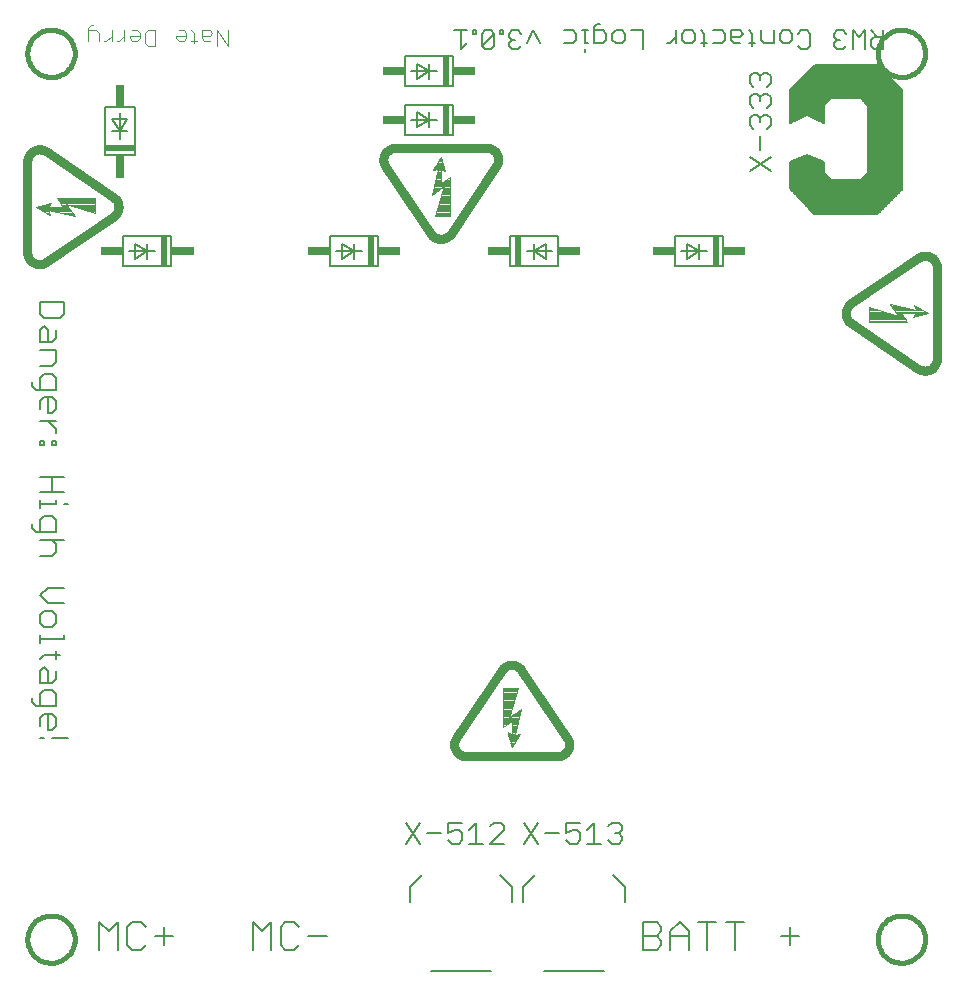
<source format=gto>
G75*
G70*
%OFA0B0*%
%FSLAX24Y24*%
%IPPOS*%
%LPD*%
%AMOC8*
5,1,8,0,0,1.08239X$1,22.5*
%
%ADD10C,0.0080*%
%ADD11C,0.0160*%
%ADD12C,0.0050*%
%ADD13C,0.0060*%
%ADD14C,0.0070*%
%ADD15C,0.0040*%
%ADD16R,0.0200X0.1000*%
%ADD17R,0.0750X0.0300*%
%ADD18R,0.1000X0.0200*%
%ADD19R,0.0300X0.0750*%
%ADD20C,0.0295*%
%ADD21C,0.0039*%
D10*
X002897Y001805D02*
X002897Y002726D01*
X003204Y002419D01*
X003511Y002726D01*
X003511Y001805D01*
X003817Y001958D02*
X003971Y001805D01*
X004278Y001805D01*
X004431Y001958D01*
X004738Y002265D02*
X005352Y002265D01*
X005045Y002572D02*
X005045Y001958D01*
X004431Y002572D02*
X004278Y002726D01*
X003971Y002726D01*
X003817Y002572D01*
X003817Y001958D01*
X008015Y001805D02*
X008015Y002726D01*
X008322Y002419D01*
X008629Y002726D01*
X008629Y001805D01*
X008936Y001958D02*
X009089Y001805D01*
X009396Y001805D01*
X009549Y001958D01*
X009856Y002265D02*
X010470Y002265D01*
X009549Y002572D02*
X009396Y002726D01*
X009089Y002726D01*
X008936Y002572D01*
X008936Y001958D01*
X013263Y003396D02*
X013263Y003896D01*
X013663Y004296D01*
X016263Y004296D02*
X016663Y003896D01*
X016663Y003396D01*
X017003Y003396D02*
X017003Y003896D01*
X017403Y004296D01*
X020003Y004296D02*
X020403Y003896D01*
X020403Y003396D01*
X021007Y002726D02*
X021467Y002726D01*
X021621Y002572D01*
X021621Y002419D01*
X021467Y002265D01*
X021007Y002265D01*
X021007Y001805D02*
X021467Y001805D01*
X021621Y001958D01*
X021621Y002112D01*
X021467Y002265D01*
X021928Y002265D02*
X022541Y002265D01*
X022541Y002419D02*
X022541Y001805D01*
X021928Y001805D02*
X021928Y002419D01*
X022235Y002726D01*
X022541Y002419D01*
X022848Y002726D02*
X023462Y002726D01*
X023155Y002726D02*
X023155Y001805D01*
X024076Y001805D02*
X024076Y002726D01*
X023769Y002726D02*
X024383Y002726D01*
X025611Y002265D02*
X026224Y002265D01*
X025918Y002572D02*
X025918Y001958D01*
X021007Y001805D02*
X021007Y002726D01*
X019703Y001096D02*
X017703Y001096D01*
X015963Y001096D02*
X013963Y001096D01*
D11*
X000495Y002159D02*
X000497Y002215D01*
X000503Y002270D01*
X000513Y002324D01*
X000526Y002378D01*
X000544Y002431D01*
X000565Y002482D01*
X000589Y002532D01*
X000617Y002580D01*
X000649Y002626D01*
X000683Y002670D01*
X000721Y002711D01*
X000761Y002749D01*
X000804Y002784D01*
X000849Y002816D01*
X000897Y002845D01*
X000946Y002871D01*
X000997Y002893D01*
X001049Y002911D01*
X001103Y002925D01*
X001158Y002936D01*
X001213Y002943D01*
X001268Y002946D01*
X001324Y002945D01*
X001379Y002940D01*
X001434Y002931D01*
X001488Y002919D01*
X001541Y002902D01*
X001593Y002882D01*
X001643Y002858D01*
X001691Y002831D01*
X001738Y002801D01*
X001782Y002767D01*
X001824Y002730D01*
X001862Y002690D01*
X001899Y002648D01*
X001932Y002603D01*
X001961Y002557D01*
X001988Y002508D01*
X002010Y002457D01*
X002030Y002405D01*
X002045Y002351D01*
X002057Y002297D01*
X002065Y002242D01*
X002069Y002187D01*
X002069Y002131D01*
X002065Y002076D01*
X002057Y002021D01*
X002045Y001967D01*
X002030Y001913D01*
X002010Y001861D01*
X001988Y001810D01*
X001961Y001761D01*
X001932Y001715D01*
X001899Y001670D01*
X001862Y001628D01*
X001824Y001588D01*
X001782Y001551D01*
X001738Y001517D01*
X001691Y001487D01*
X001643Y001460D01*
X001593Y001436D01*
X001541Y001416D01*
X001488Y001399D01*
X001434Y001387D01*
X001379Y001378D01*
X001324Y001373D01*
X001268Y001372D01*
X001213Y001375D01*
X001158Y001382D01*
X001103Y001393D01*
X001049Y001407D01*
X000997Y001425D01*
X000946Y001447D01*
X000897Y001473D01*
X000849Y001502D01*
X000804Y001534D01*
X000761Y001569D01*
X000721Y001607D01*
X000683Y001648D01*
X000649Y001692D01*
X000617Y001738D01*
X000589Y001786D01*
X000565Y001836D01*
X000544Y001887D01*
X000526Y001940D01*
X000513Y001994D01*
X000503Y002048D01*
X000497Y002103D01*
X000495Y002159D01*
X000495Y031686D02*
X000497Y031742D01*
X000503Y031797D01*
X000513Y031851D01*
X000526Y031905D01*
X000544Y031958D01*
X000565Y032009D01*
X000589Y032059D01*
X000617Y032107D01*
X000649Y032153D01*
X000683Y032197D01*
X000721Y032238D01*
X000761Y032276D01*
X000804Y032311D01*
X000849Y032343D01*
X000897Y032372D01*
X000946Y032398D01*
X000997Y032420D01*
X001049Y032438D01*
X001103Y032452D01*
X001158Y032463D01*
X001213Y032470D01*
X001268Y032473D01*
X001324Y032472D01*
X001379Y032467D01*
X001434Y032458D01*
X001488Y032446D01*
X001541Y032429D01*
X001593Y032409D01*
X001643Y032385D01*
X001691Y032358D01*
X001738Y032328D01*
X001782Y032294D01*
X001824Y032257D01*
X001862Y032217D01*
X001899Y032175D01*
X001932Y032130D01*
X001961Y032084D01*
X001988Y032035D01*
X002010Y031984D01*
X002030Y031932D01*
X002045Y031878D01*
X002057Y031824D01*
X002065Y031769D01*
X002069Y031714D01*
X002069Y031658D01*
X002065Y031603D01*
X002057Y031548D01*
X002045Y031494D01*
X002030Y031440D01*
X002010Y031388D01*
X001988Y031337D01*
X001961Y031288D01*
X001932Y031242D01*
X001899Y031197D01*
X001862Y031155D01*
X001824Y031115D01*
X001782Y031078D01*
X001738Y031044D01*
X001691Y031014D01*
X001643Y030987D01*
X001593Y030963D01*
X001541Y030943D01*
X001488Y030926D01*
X001434Y030914D01*
X001379Y030905D01*
X001324Y030900D01*
X001268Y030899D01*
X001213Y030902D01*
X001158Y030909D01*
X001103Y030920D01*
X001049Y030934D01*
X000997Y030952D01*
X000946Y030974D01*
X000897Y031000D01*
X000849Y031029D01*
X000804Y031061D01*
X000761Y031096D01*
X000721Y031134D01*
X000683Y031175D01*
X000649Y031219D01*
X000617Y031265D01*
X000589Y031313D01*
X000565Y031363D01*
X000544Y031414D01*
X000526Y031467D01*
X000513Y031521D01*
X000503Y031575D01*
X000497Y031630D01*
X000495Y031686D01*
X028841Y031686D02*
X028843Y031742D01*
X028849Y031797D01*
X028859Y031851D01*
X028872Y031905D01*
X028890Y031958D01*
X028911Y032009D01*
X028935Y032059D01*
X028963Y032107D01*
X028995Y032153D01*
X029029Y032197D01*
X029067Y032238D01*
X029107Y032276D01*
X029150Y032311D01*
X029195Y032343D01*
X029243Y032372D01*
X029292Y032398D01*
X029343Y032420D01*
X029395Y032438D01*
X029449Y032452D01*
X029504Y032463D01*
X029559Y032470D01*
X029614Y032473D01*
X029670Y032472D01*
X029725Y032467D01*
X029780Y032458D01*
X029834Y032446D01*
X029887Y032429D01*
X029939Y032409D01*
X029989Y032385D01*
X030037Y032358D01*
X030084Y032328D01*
X030128Y032294D01*
X030170Y032257D01*
X030208Y032217D01*
X030245Y032175D01*
X030278Y032130D01*
X030307Y032084D01*
X030334Y032035D01*
X030356Y031984D01*
X030376Y031932D01*
X030391Y031878D01*
X030403Y031824D01*
X030411Y031769D01*
X030415Y031714D01*
X030415Y031658D01*
X030411Y031603D01*
X030403Y031548D01*
X030391Y031494D01*
X030376Y031440D01*
X030356Y031388D01*
X030334Y031337D01*
X030307Y031288D01*
X030278Y031242D01*
X030245Y031197D01*
X030208Y031155D01*
X030170Y031115D01*
X030128Y031078D01*
X030084Y031044D01*
X030037Y031014D01*
X029989Y030987D01*
X029939Y030963D01*
X029887Y030943D01*
X029834Y030926D01*
X029780Y030914D01*
X029725Y030905D01*
X029670Y030900D01*
X029614Y030899D01*
X029559Y030902D01*
X029504Y030909D01*
X029449Y030920D01*
X029395Y030934D01*
X029343Y030952D01*
X029292Y030974D01*
X029243Y031000D01*
X029195Y031029D01*
X029150Y031061D01*
X029107Y031096D01*
X029067Y031134D01*
X029029Y031175D01*
X028995Y031219D01*
X028963Y031265D01*
X028935Y031313D01*
X028911Y031363D01*
X028890Y031414D01*
X028872Y031467D01*
X028859Y031521D01*
X028849Y031575D01*
X028843Y031630D01*
X028841Y031686D01*
X028841Y002159D02*
X028843Y002215D01*
X028849Y002270D01*
X028859Y002324D01*
X028872Y002378D01*
X028890Y002431D01*
X028911Y002482D01*
X028935Y002532D01*
X028963Y002580D01*
X028995Y002626D01*
X029029Y002670D01*
X029067Y002711D01*
X029107Y002749D01*
X029150Y002784D01*
X029195Y002816D01*
X029243Y002845D01*
X029292Y002871D01*
X029343Y002893D01*
X029395Y002911D01*
X029449Y002925D01*
X029504Y002936D01*
X029559Y002943D01*
X029614Y002946D01*
X029670Y002945D01*
X029725Y002940D01*
X029780Y002931D01*
X029834Y002919D01*
X029887Y002902D01*
X029939Y002882D01*
X029989Y002858D01*
X030037Y002831D01*
X030084Y002801D01*
X030128Y002767D01*
X030170Y002730D01*
X030208Y002690D01*
X030245Y002648D01*
X030278Y002603D01*
X030307Y002557D01*
X030334Y002508D01*
X030356Y002457D01*
X030376Y002405D01*
X030391Y002351D01*
X030403Y002297D01*
X030411Y002242D01*
X030415Y002187D01*
X030415Y002131D01*
X030411Y002076D01*
X030403Y002021D01*
X030391Y001967D01*
X030376Y001913D01*
X030356Y001861D01*
X030334Y001810D01*
X030307Y001761D01*
X030278Y001715D01*
X030245Y001670D01*
X030208Y001628D01*
X030170Y001588D01*
X030128Y001551D01*
X030084Y001517D01*
X030037Y001487D01*
X029989Y001460D01*
X029939Y001436D01*
X029887Y001416D01*
X029834Y001399D01*
X029780Y001387D01*
X029725Y001378D01*
X029670Y001373D01*
X029614Y001372D01*
X029559Y001375D01*
X029504Y001382D01*
X029449Y001393D01*
X029395Y001407D01*
X029343Y001425D01*
X029292Y001447D01*
X029243Y001473D01*
X029195Y001502D01*
X029150Y001534D01*
X029107Y001569D01*
X029067Y001607D01*
X029029Y001648D01*
X028995Y001692D01*
X028963Y001738D01*
X028935Y001786D01*
X028911Y001836D01*
X028890Y001887D01*
X028872Y001940D01*
X028859Y001994D01*
X028849Y002048D01*
X028843Y002103D01*
X028841Y002159D01*
D12*
X028828Y026333D02*
X026728Y026333D01*
X025908Y027183D01*
X025908Y028063D01*
X026478Y028313D01*
X027038Y028053D01*
X027038Y027683D01*
X027278Y027453D01*
X028278Y027453D01*
X028518Y027683D01*
X028518Y029943D01*
X028278Y030183D01*
X027278Y030183D01*
X027038Y029953D01*
X027038Y029363D01*
X026478Y029643D01*
X025918Y029363D01*
X025918Y030473D01*
X026758Y031303D01*
X028838Y031303D01*
X029638Y030453D01*
X029648Y027153D01*
X028828Y026333D01*
X028862Y026366D02*
X026696Y026366D01*
X026650Y026414D02*
X028910Y026414D01*
X028959Y026463D02*
X026603Y026463D01*
X026556Y026511D02*
X029007Y026511D01*
X029056Y026560D02*
X026509Y026560D01*
X026462Y026609D02*
X029104Y026609D01*
X029153Y026657D02*
X026415Y026657D01*
X026369Y026706D02*
X029201Y026706D01*
X029250Y026754D02*
X026322Y026754D01*
X026275Y026803D02*
X029298Y026803D01*
X029347Y026851D02*
X026228Y026851D01*
X026181Y026900D02*
X029396Y026900D01*
X029444Y026948D02*
X026134Y026948D01*
X026088Y026997D02*
X029493Y026997D01*
X029541Y027045D02*
X026041Y027045D01*
X025994Y027094D02*
X029590Y027094D01*
X029638Y027142D02*
X025947Y027142D01*
X025908Y027191D02*
X029648Y027191D01*
X029648Y027240D02*
X025908Y027240D01*
X025908Y027288D02*
X029648Y027288D01*
X029648Y027337D02*
X025908Y027337D01*
X025908Y027385D02*
X029648Y027385D01*
X029647Y027434D02*
X025908Y027434D01*
X025908Y027482D02*
X027247Y027482D01*
X027197Y027531D02*
X025908Y027531D01*
X025908Y027579D02*
X027146Y027579D01*
X027095Y027628D02*
X025908Y027628D01*
X025908Y027676D02*
X027045Y027676D01*
X027038Y027725D02*
X025908Y027725D01*
X025908Y027774D02*
X027038Y027774D01*
X027038Y027822D02*
X025908Y027822D01*
X025908Y027871D02*
X027038Y027871D01*
X027038Y027919D02*
X025908Y027919D01*
X025908Y027968D02*
X027038Y027968D01*
X027038Y028016D02*
X025908Y028016D01*
X025913Y028065D02*
X027012Y028065D01*
X026907Y028113D02*
X026024Y028113D01*
X026135Y028162D02*
X026803Y028162D01*
X026698Y028210D02*
X026245Y028210D01*
X026356Y028259D02*
X026594Y028259D01*
X026489Y028308D02*
X026467Y028308D01*
X025944Y029375D02*
X025918Y029375D01*
X025918Y029424D02*
X026041Y029424D01*
X026138Y029473D02*
X025918Y029473D01*
X025918Y029521D02*
X026235Y029521D01*
X026332Y029570D02*
X025918Y029570D01*
X025918Y029618D02*
X026430Y029618D01*
X026527Y029618D02*
X027038Y029618D01*
X027038Y029570D02*
X026624Y029570D01*
X026721Y029521D02*
X027038Y029521D01*
X027038Y029473D02*
X026818Y029473D01*
X026916Y029424D02*
X027038Y029424D01*
X027038Y029375D02*
X027013Y029375D01*
X027038Y029667D02*
X025918Y029667D01*
X025918Y029715D02*
X027038Y029715D01*
X027038Y029764D02*
X025918Y029764D01*
X025918Y029812D02*
X027038Y029812D01*
X027038Y029861D02*
X025918Y029861D01*
X025918Y029909D02*
X027038Y029909D01*
X027044Y029958D02*
X025918Y029958D01*
X025918Y030007D02*
X027095Y030007D01*
X027145Y030055D02*
X025918Y030055D01*
X025918Y030104D02*
X027196Y030104D01*
X027247Y030152D02*
X025918Y030152D01*
X025918Y030201D02*
X029639Y030201D01*
X029639Y030249D02*
X025918Y030249D01*
X025918Y030298D02*
X029639Y030298D01*
X029639Y030346D02*
X025918Y030346D01*
X025918Y030395D02*
X029639Y030395D01*
X029638Y030443D02*
X025918Y030443D01*
X025938Y030492D02*
X029601Y030492D01*
X029556Y030541D02*
X025987Y030541D01*
X026036Y030589D02*
X029510Y030589D01*
X029464Y030638D02*
X026085Y030638D01*
X026134Y030686D02*
X029419Y030686D01*
X029373Y030735D02*
X026184Y030735D01*
X026233Y030783D02*
X029327Y030783D01*
X029281Y030832D02*
X026282Y030832D01*
X026331Y030880D02*
X029236Y030880D01*
X029190Y030929D02*
X026380Y030929D01*
X026429Y030977D02*
X029144Y030977D01*
X029099Y031026D02*
X026478Y031026D01*
X026527Y031074D02*
X029053Y031074D01*
X029007Y031123D02*
X026577Y031123D01*
X026626Y031172D02*
X028962Y031172D01*
X028916Y031220D02*
X026675Y031220D01*
X026724Y031269D02*
X028870Y031269D01*
X029013Y031838D02*
X028708Y031838D01*
X028606Y031940D01*
X028606Y032143D01*
X028708Y032245D01*
X029013Y032245D01*
X029013Y032449D02*
X029013Y031838D01*
X028809Y032245D02*
X028606Y032449D01*
X028405Y032449D02*
X028202Y032245D01*
X027998Y032449D01*
X027998Y031838D01*
X027797Y031940D02*
X027696Y031838D01*
X027492Y031838D01*
X027390Y031940D01*
X027390Y032042D01*
X027492Y032143D01*
X027390Y032245D01*
X027390Y032347D01*
X027492Y032449D01*
X027696Y032449D01*
X027797Y032347D01*
X027594Y032143D02*
X027492Y032143D01*
X026582Y031940D02*
X026582Y032347D01*
X026480Y032449D01*
X026277Y032449D01*
X026175Y032347D01*
X025974Y032347D02*
X025974Y032143D01*
X025872Y032042D01*
X025669Y032042D01*
X025567Y032143D01*
X025567Y032347D01*
X025669Y032449D01*
X025872Y032449D01*
X025974Y032347D01*
X026175Y031940D02*
X026277Y031838D01*
X026480Y031838D01*
X026582Y031940D01*
X025366Y032042D02*
X025061Y032042D01*
X024959Y032143D01*
X024959Y032449D01*
X024657Y032347D02*
X024555Y032449D01*
X024657Y032347D02*
X024657Y031940D01*
X024759Y032042D02*
X024555Y032042D01*
X024252Y032042D02*
X024048Y032042D01*
X023947Y032143D01*
X023947Y032449D01*
X024252Y032449D01*
X024354Y032347D01*
X024252Y032245D01*
X023947Y032245D01*
X023746Y032143D02*
X023746Y032347D01*
X023644Y032449D01*
X023339Y032449D01*
X023036Y032347D02*
X022935Y032449D01*
X023036Y032347D02*
X023036Y031940D01*
X022935Y032042D02*
X023138Y032042D01*
X023339Y032042D02*
X023644Y032042D01*
X023746Y032143D01*
X022733Y032143D02*
X022733Y032347D01*
X022631Y032449D01*
X022428Y032449D01*
X022326Y032347D01*
X022326Y032143D01*
X022428Y032042D01*
X022631Y032042D01*
X022733Y032143D01*
X022125Y032042D02*
X022125Y032449D01*
X022125Y032245D02*
X021922Y032042D01*
X021820Y032042D01*
X021011Y031838D02*
X021011Y032449D01*
X020604Y032449D01*
X020404Y032347D02*
X020404Y032143D01*
X020302Y032042D01*
X020098Y032042D01*
X019997Y032143D01*
X019997Y032347D01*
X020098Y032449D01*
X020302Y032449D01*
X020404Y032347D01*
X019796Y032347D02*
X019796Y032143D01*
X019694Y032042D01*
X019389Y032042D01*
X019389Y032550D01*
X019491Y032652D01*
X019592Y032652D01*
X019694Y032449D02*
X019389Y032449D01*
X019188Y032449D02*
X018985Y032449D01*
X019086Y032449D02*
X019086Y032042D01*
X019188Y032042D01*
X019086Y031838D02*
X019086Y031736D01*
X018681Y032042D02*
X018783Y032143D01*
X018783Y032347D01*
X018681Y032449D01*
X018376Y032449D01*
X018376Y032042D02*
X018681Y032042D01*
X019694Y032449D02*
X019796Y032347D01*
X017568Y032042D02*
X017364Y032449D01*
X017161Y032042D01*
X016960Y031940D02*
X016858Y031838D01*
X016655Y031838D01*
X016553Y031940D01*
X016553Y032042D01*
X016655Y032143D01*
X016553Y032245D01*
X016553Y032347D01*
X016655Y032449D01*
X016858Y032449D01*
X016960Y032347D01*
X016756Y032143D02*
X016655Y032143D01*
X016352Y032347D02*
X016250Y032347D01*
X016250Y032449D01*
X016352Y032449D01*
X016352Y032347D01*
X016048Y032347D02*
X015641Y031940D01*
X015641Y032347D01*
X015743Y032449D01*
X015947Y032449D01*
X016048Y032347D01*
X016048Y031940D01*
X015947Y031838D01*
X015743Y031838D01*
X015641Y031940D01*
X015441Y032347D02*
X015339Y032347D01*
X015339Y032449D01*
X015441Y032449D01*
X015441Y032347D01*
X015137Y032449D02*
X014730Y032449D01*
X014933Y032449D02*
X014933Y031838D01*
X015137Y032042D01*
X025366Y032042D02*
X025366Y032449D01*
X028309Y030152D02*
X029639Y030152D01*
X029639Y030104D02*
X028357Y030104D01*
X028406Y030055D02*
X029640Y030055D01*
X029640Y030007D02*
X028454Y030007D01*
X028503Y029958D02*
X029640Y029958D01*
X029640Y029909D02*
X028518Y029909D01*
X028518Y029861D02*
X029640Y029861D01*
X029640Y029812D02*
X028518Y029812D01*
X028518Y029764D02*
X029640Y029764D01*
X029641Y029715D02*
X028518Y029715D01*
X028518Y029667D02*
X029641Y029667D01*
X029641Y029618D02*
X028518Y029618D01*
X028518Y029570D02*
X029641Y029570D01*
X029641Y029521D02*
X028518Y029521D01*
X028518Y029473D02*
X029641Y029473D01*
X029641Y029424D02*
X028518Y029424D01*
X028518Y029375D02*
X029642Y029375D01*
X029642Y029327D02*
X028518Y029327D01*
X028518Y029278D02*
X029642Y029278D01*
X029642Y029230D02*
X028518Y029230D01*
X028518Y029181D02*
X029642Y029181D01*
X029642Y029133D02*
X028518Y029133D01*
X028518Y029084D02*
X029642Y029084D01*
X029643Y029036D02*
X028518Y029036D01*
X028518Y028987D02*
X029643Y028987D01*
X029643Y028939D02*
X028518Y028939D01*
X028518Y028890D02*
X029643Y028890D01*
X029643Y028841D02*
X028518Y028841D01*
X028518Y028793D02*
X029643Y028793D01*
X029644Y028744D02*
X028518Y028744D01*
X028518Y028696D02*
X029644Y028696D01*
X029644Y028647D02*
X028518Y028647D01*
X028518Y028599D02*
X029644Y028599D01*
X029644Y028550D02*
X028518Y028550D01*
X028518Y028502D02*
X029644Y028502D01*
X029644Y028453D02*
X028518Y028453D01*
X028518Y028405D02*
X029645Y028405D01*
X029645Y028356D02*
X028518Y028356D01*
X028518Y028308D02*
X029645Y028308D01*
X029645Y028259D02*
X028518Y028259D01*
X028518Y028210D02*
X029645Y028210D01*
X029645Y028162D02*
X028518Y028162D01*
X028518Y028113D02*
X029645Y028113D01*
X029646Y028065D02*
X028518Y028065D01*
X028518Y028016D02*
X029646Y028016D01*
X029646Y027968D02*
X028518Y027968D01*
X028518Y027919D02*
X029646Y027919D01*
X029646Y027871D02*
X028518Y027871D01*
X028518Y027822D02*
X029646Y027822D01*
X029646Y027774D02*
X028518Y027774D01*
X028518Y027725D02*
X029647Y027725D01*
X029647Y027676D02*
X028512Y027676D01*
X028461Y027628D02*
X029647Y027628D01*
X029647Y027579D02*
X028411Y027579D01*
X028360Y027531D02*
X029647Y027531D01*
X029647Y027482D02*
X028309Y027482D01*
X028405Y031838D02*
X028405Y032449D01*
D13*
X025268Y030929D02*
X025268Y030695D01*
X025151Y030578D01*
X025151Y030346D02*
X025268Y030229D01*
X025268Y029995D01*
X025151Y029879D01*
X025151Y029646D02*
X025268Y029529D01*
X025268Y029296D01*
X025151Y029179D01*
X024917Y028946D02*
X024917Y028479D01*
X025268Y028246D02*
X024567Y027779D01*
X024567Y028246D02*
X025268Y027779D01*
X024684Y029179D02*
X024567Y029296D01*
X024567Y029529D01*
X024684Y029646D01*
X024801Y029646D01*
X024917Y029529D01*
X025034Y029646D01*
X025151Y029646D01*
X024917Y029529D02*
X024917Y029412D01*
X024684Y029879D02*
X024567Y029995D01*
X024567Y030229D01*
X024684Y030346D01*
X024801Y030346D01*
X024917Y030229D01*
X025034Y030346D01*
X025151Y030346D01*
X024917Y030229D02*
X024917Y030112D01*
X024684Y030578D02*
X024567Y030695D01*
X024567Y030929D01*
X024684Y031045D01*
X024801Y031045D01*
X024917Y030929D01*
X025034Y031045D01*
X025151Y031045D01*
X025268Y030929D01*
X024917Y030929D02*
X024917Y030812D01*
X023688Y025584D02*
X022088Y025584D01*
X022088Y024584D01*
X023688Y024584D01*
X023688Y025584D01*
X023138Y025084D02*
X022888Y025084D01*
X022888Y025334D01*
X022888Y025084D02*
X022888Y024834D01*
X022888Y025084D02*
X022488Y024834D01*
X022488Y025334D01*
X022888Y025084D01*
X022288Y025084D01*
X018188Y024584D02*
X018188Y025584D01*
X016588Y025584D01*
X016588Y024584D01*
X018188Y024584D01*
X017788Y024834D02*
X017388Y025084D01*
X017388Y024834D01*
X017388Y025084D02*
X017388Y025334D01*
X017388Y025084D02*
X017788Y025334D01*
X017788Y024834D01*
X017988Y025084D02*
X017388Y025084D01*
X017138Y025084D01*
X014688Y028978D02*
X014688Y029978D01*
X013088Y029978D01*
X013088Y028978D01*
X014688Y028978D01*
X014138Y029478D02*
X013888Y029478D01*
X013888Y029728D01*
X013888Y029478D02*
X013888Y029228D01*
X013888Y029478D02*
X013488Y029228D01*
X013488Y029728D01*
X013888Y029478D01*
X013288Y029478D01*
X013088Y030584D02*
X014688Y030584D01*
X014688Y031584D01*
X013088Y031584D01*
X013088Y030584D01*
X013488Y030834D02*
X013888Y031084D01*
X013888Y031334D01*
X013888Y031084D02*
X013888Y030834D01*
X013888Y031084D02*
X013288Y031084D01*
X013488Y030834D02*
X013488Y031334D01*
X013888Y031084D01*
X014138Y031084D01*
X012188Y025584D02*
X010588Y025584D01*
X010588Y024584D01*
X012188Y024584D01*
X012188Y025584D01*
X011638Y025084D02*
X011388Y025084D01*
X011388Y025334D01*
X011388Y025084D02*
X011388Y024834D01*
X011388Y025084D02*
X010988Y024834D01*
X010988Y025334D01*
X011388Y025084D01*
X010788Y025084D01*
X005294Y024584D02*
X005294Y025584D01*
X003694Y025584D01*
X003694Y024584D01*
X005294Y024584D01*
X004744Y025084D02*
X004494Y025084D01*
X004494Y025334D01*
X004494Y025084D02*
X004494Y024834D01*
X004494Y025084D02*
X004094Y024834D01*
X004094Y025334D01*
X004494Y025084D01*
X003894Y025084D01*
X004069Y028284D02*
X003069Y028284D01*
X003069Y029884D01*
X004069Y029884D01*
X004069Y028284D01*
X003569Y028834D02*
X003569Y029084D01*
X003819Y029084D01*
X003569Y029084D02*
X003819Y029484D01*
X003319Y029484D01*
X003569Y029084D01*
X003319Y029084D01*
X003569Y029084D02*
X003569Y029684D01*
X013123Y006039D02*
X013590Y005338D01*
X013823Y005689D02*
X014290Y005689D01*
X014522Y005689D02*
X014522Y006039D01*
X014989Y006039D01*
X014873Y005805D02*
X014989Y005689D01*
X014989Y005455D01*
X014873Y005338D01*
X014639Y005338D01*
X014522Y005455D01*
X014522Y005689D02*
X014756Y005805D01*
X014873Y005805D01*
X015222Y005805D02*
X015456Y006039D01*
X015456Y005338D01*
X015689Y005338D02*
X015222Y005338D01*
X015922Y005338D02*
X016389Y005805D01*
X016389Y005922D01*
X016272Y006039D01*
X016039Y006039D01*
X015922Y005922D01*
X015922Y005338D02*
X016389Y005338D01*
X017060Y005338D02*
X017527Y006039D01*
X017760Y005689D02*
X018227Y005689D01*
X018459Y005689D02*
X018459Y006039D01*
X018926Y006039D01*
X018810Y005805D02*
X018926Y005689D01*
X018926Y005455D01*
X018810Y005338D01*
X018576Y005338D01*
X018459Y005455D01*
X018459Y005689D02*
X018693Y005805D01*
X018810Y005805D01*
X019159Y005805D02*
X019393Y006039D01*
X019393Y005338D01*
X019626Y005338D02*
X019159Y005338D01*
X019859Y005455D02*
X019976Y005338D01*
X020209Y005338D01*
X020326Y005455D01*
X020326Y005572D01*
X020209Y005689D01*
X020092Y005689D01*
X020209Y005689D02*
X020326Y005805D01*
X020326Y005922D01*
X020209Y006039D01*
X019976Y006039D01*
X019859Y005922D01*
X017527Y005338D02*
X017060Y006039D01*
X013590Y006039D02*
X013123Y005338D01*
D14*
X001846Y008866D02*
X001319Y008866D01*
X001055Y008866D02*
X000923Y008866D01*
X001187Y009131D02*
X001187Y009658D01*
X001055Y009658D02*
X001319Y009658D01*
X001450Y009526D01*
X001450Y009263D01*
X001319Y009131D01*
X001187Y009131D01*
X000923Y009263D02*
X000923Y009526D01*
X001055Y009658D01*
X000923Y009923D02*
X000923Y010318D01*
X001055Y010450D01*
X001319Y010450D01*
X001450Y010318D01*
X001450Y009923D01*
X000791Y009923D01*
X000660Y010055D01*
X000660Y010186D01*
X000923Y010715D02*
X000923Y011110D01*
X001055Y011242D01*
X001187Y011110D01*
X001187Y010715D01*
X001319Y010715D02*
X000923Y010715D01*
X001319Y010715D02*
X001450Y010847D01*
X001450Y011110D01*
X001450Y011506D02*
X001450Y011770D01*
X001582Y011638D02*
X001055Y011638D01*
X000923Y011506D01*
X000923Y012034D02*
X000923Y012298D01*
X000923Y012166D02*
X001714Y012166D01*
X001714Y012298D01*
X001319Y012562D02*
X001450Y012694D01*
X001450Y012958D01*
X001319Y013090D01*
X001055Y013090D01*
X000923Y012958D01*
X000923Y012694D01*
X001055Y012562D01*
X001319Y012562D01*
X001187Y013354D02*
X000923Y013618D01*
X001187Y013881D01*
X001714Y013881D01*
X001714Y013354D02*
X001187Y013354D01*
X001319Y014938D02*
X000923Y014938D01*
X001319Y014938D02*
X001450Y015070D01*
X001450Y015333D01*
X001319Y015465D01*
X001450Y015730D02*
X001450Y016125D01*
X001319Y016257D01*
X001055Y016257D01*
X000923Y016125D01*
X000923Y015730D01*
X000791Y015730D02*
X001450Y015730D01*
X001714Y015465D02*
X000923Y015465D01*
X000791Y015730D02*
X000660Y015862D01*
X000660Y015993D01*
X000923Y016521D02*
X000923Y016785D01*
X000923Y016653D02*
X001450Y016653D01*
X001450Y016785D01*
X001714Y016653D02*
X001846Y016653D01*
X001714Y017050D02*
X000923Y017050D01*
X000923Y017577D02*
X001714Y017577D01*
X001319Y017577D02*
X001319Y017050D01*
X001319Y018633D02*
X001319Y018764D01*
X001450Y018764D01*
X001450Y018633D01*
X001319Y018633D01*
X001055Y018633D02*
X001055Y018764D01*
X000923Y018764D01*
X000923Y018633D01*
X001055Y018633D01*
X001450Y019029D02*
X001450Y019161D01*
X001187Y019424D01*
X001450Y019424D02*
X000923Y019424D01*
X001187Y019689D02*
X001187Y020216D01*
X001055Y020216D02*
X001319Y020216D01*
X001450Y020084D01*
X001450Y019821D01*
X001319Y019689D01*
X001187Y019689D01*
X000923Y019821D02*
X000923Y020084D01*
X001055Y020216D01*
X000923Y020481D02*
X000923Y020876D01*
X001055Y021008D01*
X001319Y021008D01*
X001450Y020876D01*
X001450Y020481D01*
X000791Y020481D01*
X000660Y020613D01*
X000660Y020744D01*
X000923Y021273D02*
X001319Y021273D01*
X001450Y021405D01*
X001450Y021800D01*
X000923Y021800D01*
X000923Y022065D02*
X000923Y022460D01*
X001055Y022592D01*
X001187Y022460D01*
X001187Y022065D01*
X001319Y022065D02*
X000923Y022065D01*
X001319Y022065D02*
X001450Y022196D01*
X001450Y022460D01*
X001582Y022856D02*
X001055Y022856D01*
X000923Y022988D01*
X000923Y023384D01*
X001714Y023384D01*
X001714Y022988D01*
X001582Y022856D01*
D15*
X004501Y031933D02*
X004761Y031933D01*
X004761Y032454D01*
X004501Y032454D01*
X004414Y032367D01*
X004414Y032020D01*
X004501Y031933D01*
X004246Y032194D02*
X004159Y032107D01*
X003985Y032107D01*
X003899Y032194D01*
X003899Y032280D01*
X004246Y032280D01*
X004246Y032194D02*
X004246Y032367D01*
X004159Y032454D01*
X003985Y032454D01*
X003730Y032454D02*
X003730Y032107D01*
X003730Y032280D02*
X003556Y032107D01*
X003470Y032107D01*
X003300Y032107D02*
X003300Y032454D01*
X003300Y032280D02*
X003127Y032107D01*
X003040Y032107D01*
X002871Y032107D02*
X002871Y032367D01*
X002784Y032454D01*
X002524Y032454D01*
X002524Y032540D02*
X002610Y032627D01*
X002697Y032627D01*
X002524Y032540D02*
X002524Y032107D01*
X005445Y032194D02*
X005445Y032280D01*
X005792Y032280D01*
X005792Y032194D02*
X005706Y032107D01*
X005532Y032107D01*
X005445Y032194D01*
X005532Y032454D02*
X005706Y032454D01*
X005792Y032367D01*
X005792Y032194D01*
X005963Y032107D02*
X006136Y032107D01*
X006049Y032020D02*
X006049Y032367D01*
X005963Y032454D01*
X006305Y032454D02*
X006305Y032194D01*
X006392Y032107D01*
X006565Y032107D01*
X006565Y032280D02*
X006305Y032280D01*
X006305Y032454D02*
X006565Y032454D01*
X006652Y032367D01*
X006565Y032280D01*
X006820Y032454D02*
X006820Y031933D01*
X007167Y031933D02*
X006820Y032454D01*
X007167Y032454D02*
X007167Y031933D01*
D16*
X005044Y025084D03*
X011938Y025084D03*
X014438Y029478D03*
X014438Y031084D03*
X016838Y025084D03*
X023438Y025084D03*
D17*
X024063Y025084D03*
X021713Y025084D03*
X018563Y025084D03*
X016213Y025084D03*
X012563Y025084D03*
X010213Y025084D03*
X012713Y029478D03*
X012713Y031084D03*
X015063Y031084D03*
X015063Y029478D03*
X005669Y025084D03*
X003319Y025084D03*
D18*
X003569Y028534D03*
D19*
X003569Y027909D03*
X003569Y030259D03*
D20*
X001109Y028416D02*
X003359Y026894D01*
X003390Y026871D01*
X003418Y026845D01*
X003444Y026817D01*
X003466Y026786D01*
X003486Y026753D01*
X003502Y026718D01*
X003515Y026682D01*
X003525Y026644D01*
X003530Y026606D01*
X003532Y026568D01*
X003530Y026530D01*
X003525Y026492D01*
X003515Y026454D01*
X003502Y026418D01*
X003486Y026383D01*
X003466Y026350D01*
X003444Y026319D01*
X003418Y026291D01*
X003390Y026265D01*
X003359Y026242D01*
X001109Y024720D01*
X001076Y024700D01*
X001041Y024683D01*
X001004Y024670D01*
X000967Y024660D01*
X000928Y024654D01*
X000890Y024652D01*
X000851Y024654D01*
X000813Y024659D01*
X000775Y024669D01*
X000738Y024682D01*
X000703Y024698D01*
X000670Y024718D01*
X000639Y024741D01*
X000610Y024767D01*
X000584Y024795D01*
X000561Y024827D01*
X000541Y024860D01*
X000524Y024895D01*
X000511Y024931D01*
X000502Y024969D01*
X000496Y025007D01*
X000494Y025046D01*
X000494Y028090D01*
X000496Y028129D01*
X000502Y028167D01*
X000511Y028205D01*
X000524Y028241D01*
X000541Y028276D01*
X000561Y028309D01*
X000584Y028341D01*
X000610Y028369D01*
X000639Y028395D01*
X000670Y028418D01*
X000703Y028438D01*
X000738Y028454D01*
X000775Y028467D01*
X000813Y028477D01*
X000851Y028482D01*
X000890Y028484D01*
X000928Y028482D01*
X000967Y028476D01*
X001004Y028466D01*
X001041Y028453D01*
X001076Y028436D01*
X001109Y028416D01*
X012426Y027922D02*
X013948Y025672D01*
X013971Y025641D01*
X013997Y025613D01*
X014025Y025587D01*
X014056Y025565D01*
X014089Y025545D01*
X014124Y025529D01*
X014160Y025516D01*
X014198Y025506D01*
X014236Y025501D01*
X014274Y025499D01*
X014312Y025501D01*
X014350Y025506D01*
X014388Y025516D01*
X014424Y025529D01*
X014459Y025545D01*
X014492Y025565D01*
X014523Y025587D01*
X014551Y025613D01*
X014577Y025641D01*
X014600Y025672D01*
X016122Y027922D01*
X016142Y027955D01*
X016159Y027990D01*
X016172Y028027D01*
X016182Y028064D01*
X016188Y028103D01*
X016190Y028141D01*
X016188Y028180D01*
X016183Y028218D01*
X016173Y028256D01*
X016160Y028293D01*
X016144Y028328D01*
X016124Y028361D01*
X016101Y028392D01*
X016075Y028421D01*
X016047Y028447D01*
X016015Y028470D01*
X015982Y028490D01*
X015947Y028507D01*
X015911Y028520D01*
X015873Y028529D01*
X015835Y028535D01*
X015796Y028537D01*
X012752Y028537D01*
X012713Y028535D01*
X012675Y028529D01*
X012637Y028520D01*
X012601Y028507D01*
X012566Y028490D01*
X012533Y028470D01*
X012501Y028447D01*
X012473Y028421D01*
X012447Y028392D01*
X012424Y028361D01*
X012404Y028328D01*
X012388Y028293D01*
X012375Y028256D01*
X012365Y028218D01*
X012360Y028180D01*
X012358Y028141D01*
X012360Y028103D01*
X012366Y028064D01*
X012376Y028027D01*
X012389Y027990D01*
X012406Y027955D01*
X012426Y027922D01*
X027945Y023351D02*
X030195Y024873D01*
X030228Y024893D01*
X030263Y024910D01*
X030300Y024923D01*
X030337Y024933D01*
X030376Y024939D01*
X030414Y024941D01*
X030453Y024939D01*
X030491Y024934D01*
X030529Y024924D01*
X030566Y024911D01*
X030601Y024895D01*
X030634Y024875D01*
X030665Y024852D01*
X030694Y024826D01*
X030720Y024798D01*
X030743Y024766D01*
X030763Y024733D01*
X030780Y024698D01*
X030793Y024662D01*
X030802Y024624D01*
X030808Y024586D01*
X030810Y024547D01*
X030809Y024547D02*
X030809Y021503D01*
X030810Y021503D02*
X030808Y021464D01*
X030802Y021426D01*
X030793Y021388D01*
X030780Y021352D01*
X030763Y021317D01*
X030743Y021284D01*
X030720Y021252D01*
X030694Y021224D01*
X030665Y021198D01*
X030634Y021175D01*
X030601Y021155D01*
X030566Y021139D01*
X030529Y021126D01*
X030491Y021116D01*
X030453Y021111D01*
X030414Y021109D01*
X030376Y021111D01*
X030337Y021117D01*
X030300Y021127D01*
X030263Y021140D01*
X030228Y021157D01*
X030195Y021177D01*
X027945Y022699D01*
X027914Y022722D01*
X027886Y022748D01*
X027860Y022776D01*
X027838Y022807D01*
X027818Y022840D01*
X027802Y022875D01*
X027789Y022911D01*
X027779Y022949D01*
X027774Y022987D01*
X027772Y023025D01*
X027774Y023063D01*
X027779Y023101D01*
X027789Y023139D01*
X027802Y023175D01*
X027818Y023210D01*
X027838Y023243D01*
X027860Y023274D01*
X027886Y023302D01*
X027914Y023328D01*
X027945Y023351D01*
X016962Y011126D02*
X018484Y008875D01*
X018484Y008876D02*
X018504Y008843D01*
X018521Y008808D01*
X018534Y008771D01*
X018544Y008734D01*
X018550Y008695D01*
X018552Y008657D01*
X018550Y008618D01*
X018545Y008580D01*
X018535Y008542D01*
X018522Y008505D01*
X018506Y008470D01*
X018486Y008437D01*
X018463Y008406D01*
X018437Y008377D01*
X018409Y008351D01*
X018377Y008328D01*
X018344Y008308D01*
X018309Y008291D01*
X018273Y008278D01*
X018235Y008269D01*
X018197Y008263D01*
X018158Y008261D01*
X015114Y008261D01*
X015075Y008263D01*
X015037Y008269D01*
X014999Y008278D01*
X014963Y008291D01*
X014928Y008308D01*
X014895Y008328D01*
X014863Y008351D01*
X014835Y008377D01*
X014809Y008406D01*
X014786Y008437D01*
X014766Y008470D01*
X014750Y008505D01*
X014737Y008542D01*
X014727Y008580D01*
X014722Y008618D01*
X014720Y008657D01*
X014722Y008695D01*
X014728Y008734D01*
X014738Y008771D01*
X014751Y008808D01*
X014768Y008843D01*
X014788Y008876D01*
X014788Y008875D02*
X016310Y011126D01*
X016333Y011157D01*
X016359Y011185D01*
X016387Y011211D01*
X016418Y011233D01*
X016451Y011253D01*
X016486Y011269D01*
X016522Y011282D01*
X016560Y011292D01*
X016598Y011297D01*
X016636Y011299D01*
X016674Y011297D01*
X016712Y011292D01*
X016750Y011282D01*
X016786Y011269D01*
X016821Y011253D01*
X016854Y011233D01*
X016885Y011211D01*
X016913Y011185D01*
X016939Y011157D01*
X016962Y011126D01*
D21*
X016833Y010525D02*
X016341Y010525D01*
X016341Y009245D01*
X016636Y009442D01*
X016636Y008950D01*
X016498Y009049D01*
X016636Y008556D01*
X016912Y009009D01*
X016735Y008950D01*
X016931Y009836D01*
X016538Y009541D01*
X016833Y010525D01*
X016824Y010494D02*
X016341Y010494D01*
X016341Y010456D02*
X016812Y010456D01*
X016801Y010418D02*
X016341Y010418D01*
X016341Y010380D02*
X016790Y010380D01*
X016778Y010342D02*
X016341Y010342D01*
X016341Y010304D02*
X016767Y010304D01*
X016756Y010266D02*
X016341Y010266D01*
X016341Y010229D02*
X016744Y010229D01*
X016733Y010191D02*
X016341Y010191D01*
X016341Y010153D02*
X016721Y010153D01*
X016710Y010115D02*
X016341Y010115D01*
X016341Y010077D02*
X016699Y010077D01*
X016687Y010039D02*
X016341Y010039D01*
X016341Y010001D02*
X016676Y010001D01*
X016665Y009963D02*
X016341Y009963D01*
X016341Y009925D02*
X016653Y009925D01*
X016642Y009887D02*
X016341Y009887D01*
X016341Y009849D02*
X016630Y009849D01*
X016619Y009811D02*
X016341Y009811D01*
X016341Y009774D02*
X016608Y009774D01*
X016596Y009736D02*
X016341Y009736D01*
X016341Y009698D02*
X016585Y009698D01*
X016574Y009660D02*
X016341Y009660D01*
X016341Y009622D02*
X016562Y009622D01*
X016551Y009584D02*
X016341Y009584D01*
X016341Y009546D02*
X016539Y009546D01*
X016545Y009546D02*
X016867Y009546D01*
X016859Y009508D02*
X016341Y009508D01*
X016341Y009470D02*
X016850Y009470D01*
X016842Y009432D02*
X016636Y009432D01*
X016621Y009432D02*
X016341Y009432D01*
X016341Y009394D02*
X016565Y009394D01*
X016508Y009356D02*
X016341Y009356D01*
X016341Y009319D02*
X016451Y009319D01*
X016394Y009281D02*
X016341Y009281D01*
X016636Y009281D02*
X016808Y009281D01*
X016817Y009319D02*
X016636Y009319D01*
X016636Y009356D02*
X016825Y009356D01*
X016833Y009394D02*
X016636Y009394D01*
X016636Y009243D02*
X016800Y009243D01*
X016791Y009205D02*
X016636Y009205D01*
X016636Y009167D02*
X016783Y009167D01*
X016774Y009129D02*
X016636Y009129D01*
X016636Y009091D02*
X016766Y009091D01*
X016758Y009053D02*
X016636Y009053D01*
X016636Y009015D02*
X016749Y009015D01*
X016741Y008977D02*
X016636Y008977D01*
X016598Y008977D02*
X016518Y008977D01*
X016529Y008939D02*
X016869Y008939D01*
X016846Y008902D02*
X016540Y008902D01*
X016550Y008864D02*
X016823Y008864D01*
X016800Y008826D02*
X016561Y008826D01*
X016571Y008788D02*
X016777Y008788D01*
X016754Y008750D02*
X016582Y008750D01*
X016593Y008712D02*
X016731Y008712D01*
X016708Y008674D02*
X016603Y008674D01*
X016614Y008636D02*
X016685Y008636D01*
X016662Y008598D02*
X016625Y008598D01*
X016635Y008560D02*
X016639Y008560D01*
X016816Y008977D02*
X016892Y008977D01*
X016545Y009015D02*
X016508Y009015D01*
X016596Y009584D02*
X016876Y009584D01*
X016884Y009622D02*
X016646Y009622D01*
X016697Y009660D02*
X016892Y009660D01*
X016901Y009698D02*
X016747Y009698D01*
X016798Y009736D02*
X016909Y009736D01*
X016918Y009774D02*
X016848Y009774D01*
X016899Y009811D02*
X016926Y009811D01*
X028546Y022730D02*
X029825Y022730D01*
X029628Y023025D01*
X030120Y023025D01*
X030022Y022887D01*
X030514Y023025D01*
X030061Y023300D01*
X030120Y023123D01*
X029235Y023320D01*
X029530Y022926D01*
X028546Y023222D01*
X028546Y022730D01*
X028546Y022740D02*
X029818Y022740D01*
X029793Y022778D02*
X028546Y022778D01*
X028546Y022816D02*
X029768Y022816D01*
X029742Y022854D02*
X028546Y022854D01*
X028546Y022892D02*
X029717Y022892D01*
X029692Y022929D02*
X029528Y022929D01*
X029520Y022929D02*
X028546Y022929D01*
X028546Y022967D02*
X029393Y022967D01*
X029471Y023005D02*
X029641Y023005D01*
X029667Y022967D02*
X029499Y022967D01*
X029442Y023043D02*
X030484Y023043D01*
X030444Y023005D02*
X030106Y023005D01*
X030079Y022967D02*
X030309Y022967D01*
X030174Y022929D02*
X030052Y022929D01*
X030038Y022892D02*
X030025Y022892D01*
X029969Y023157D02*
X029357Y023157D01*
X029329Y023195D02*
X029798Y023195D01*
X029628Y023233D02*
X029300Y023233D01*
X029272Y023271D02*
X029457Y023271D01*
X029385Y023119D02*
X030359Y023119D01*
X030297Y023157D02*
X030109Y023157D01*
X030097Y023195D02*
X030235Y023195D01*
X030173Y023233D02*
X030084Y023233D01*
X030071Y023271D02*
X030110Y023271D01*
X030422Y023081D02*
X029414Y023081D01*
X029267Y023005D02*
X028546Y023005D01*
X028546Y023043D02*
X029141Y023043D01*
X029014Y023081D02*
X028546Y023081D01*
X028546Y023119D02*
X028888Y023119D01*
X028762Y023157D02*
X028546Y023157D01*
X028546Y023195D02*
X028635Y023195D01*
X029243Y023309D02*
X029287Y023309D01*
X014569Y026273D02*
X014569Y027552D01*
X014274Y027356D01*
X014274Y027848D01*
X014412Y027749D01*
X014274Y028241D01*
X013998Y027789D01*
X014176Y027848D01*
X013979Y026962D01*
X014372Y027257D01*
X014077Y026273D01*
X014569Y026273D01*
X014569Y026304D02*
X014086Y026304D01*
X014098Y026342D02*
X014569Y026342D01*
X014569Y026380D02*
X014109Y026380D01*
X014121Y026418D02*
X014569Y026418D01*
X014569Y026455D02*
X014132Y026455D01*
X014143Y026493D02*
X014569Y026493D01*
X014569Y026531D02*
X014155Y026531D01*
X014166Y026569D02*
X014569Y026569D01*
X014569Y026607D02*
X014177Y026607D01*
X014189Y026645D02*
X014569Y026645D01*
X014569Y026683D02*
X014200Y026683D01*
X014212Y026721D02*
X014569Y026721D01*
X014569Y026759D02*
X014223Y026759D01*
X014234Y026797D02*
X014569Y026797D01*
X014569Y026835D02*
X014246Y026835D01*
X014257Y026872D02*
X014569Y026872D01*
X014569Y026910D02*
X014268Y026910D01*
X014280Y026948D02*
X014569Y026948D01*
X014569Y026986D02*
X014291Y026986D01*
X014303Y027024D02*
X014569Y027024D01*
X014569Y027062D02*
X014314Y027062D01*
X014325Y027100D02*
X014569Y027100D01*
X014569Y027138D02*
X014337Y027138D01*
X014348Y027176D02*
X014569Y027176D01*
X014569Y027214D02*
X014359Y027214D01*
X014365Y027252D02*
X014043Y027252D01*
X014052Y027290D02*
X014569Y027290D01*
X014569Y027327D02*
X014060Y027327D01*
X014068Y027365D02*
X014274Y027365D01*
X014289Y027365D02*
X014569Y027365D01*
X014569Y027403D02*
X014346Y027403D01*
X014402Y027441D02*
X014569Y027441D01*
X014569Y027479D02*
X014459Y027479D01*
X014516Y027517D02*
X014569Y027517D01*
X014569Y027252D02*
X014371Y027252D01*
X014314Y027214D02*
X014035Y027214D01*
X014026Y027176D02*
X014264Y027176D01*
X014213Y027138D02*
X014018Y027138D01*
X014009Y027100D02*
X014163Y027100D01*
X014112Y027062D02*
X014001Y027062D01*
X013993Y027024D02*
X014062Y027024D01*
X014011Y026986D02*
X013984Y026986D01*
X014077Y027403D02*
X014274Y027403D01*
X014274Y027441D02*
X014085Y027441D01*
X014094Y027479D02*
X014274Y027479D01*
X014274Y027517D02*
X014102Y027517D01*
X014111Y027555D02*
X014274Y027555D01*
X014274Y027593D02*
X014119Y027593D01*
X014127Y027631D02*
X014274Y027631D01*
X014274Y027669D02*
X014136Y027669D01*
X014144Y027707D02*
X014274Y027707D01*
X014274Y027744D02*
X014153Y027744D01*
X014161Y027782D02*
X014274Y027782D01*
X014274Y027820D02*
X014169Y027820D01*
X014093Y027820D02*
X014018Y027820D01*
X014041Y027858D02*
X014381Y027858D01*
X014392Y027820D02*
X014312Y027820D01*
X014365Y027782D02*
X014403Y027782D01*
X014371Y027896D02*
X014064Y027896D01*
X014087Y027934D02*
X014360Y027934D01*
X014349Y027972D02*
X014110Y027972D01*
X014133Y028010D02*
X014339Y028010D01*
X014328Y028048D02*
X014156Y028048D01*
X014179Y028086D02*
X014318Y028086D01*
X014307Y028124D02*
X014202Y028124D01*
X014225Y028162D02*
X014296Y028162D01*
X014286Y028199D02*
X014248Y028199D01*
X014272Y028237D02*
X014275Y028237D01*
X002758Y026863D02*
X002758Y026371D01*
X001774Y026667D01*
X002069Y026273D01*
X001183Y026470D01*
X001243Y026293D01*
X000790Y026568D01*
X001282Y026706D01*
X001183Y026568D01*
X001676Y026568D01*
X001479Y026863D01*
X002758Y026863D01*
X002758Y026835D02*
X001498Y026835D01*
X001523Y026797D02*
X002758Y026797D01*
X002758Y026759D02*
X001549Y026759D01*
X001574Y026721D02*
X002758Y026721D01*
X002758Y026683D02*
X001599Y026683D01*
X001624Y026645D02*
X001790Y026645D01*
X001819Y026607D02*
X001650Y026607D01*
X001675Y026569D02*
X001847Y026569D01*
X001876Y026531D02*
X000850Y026531D01*
X000793Y026569D02*
X001184Y026569D01*
X001211Y026607D02*
X000929Y026607D01*
X000913Y026493D02*
X001904Y026493D01*
X001932Y026455D02*
X001248Y026455D01*
X001188Y026455D02*
X000975Y026455D01*
X001037Y026418D02*
X001201Y026418D01*
X001214Y026380D02*
X001100Y026380D01*
X001162Y026342D02*
X001226Y026342D01*
X001224Y026304D02*
X001239Y026304D01*
X001419Y026418D02*
X001961Y026418D01*
X001989Y026380D02*
X001589Y026380D01*
X001760Y026342D02*
X002018Y026342D01*
X002046Y026304D02*
X001930Y026304D01*
X001972Y026607D02*
X002758Y026607D01*
X002758Y026569D02*
X002099Y026569D01*
X002225Y026531D02*
X002758Y026531D01*
X002758Y026493D02*
X002352Y026493D01*
X002478Y026455D02*
X002758Y026455D01*
X002758Y026418D02*
X002604Y026418D01*
X002731Y026380D02*
X002758Y026380D01*
X002758Y026645D02*
X001846Y026645D01*
X001265Y026683D02*
X001199Y026683D01*
X001238Y026645D02*
X001064Y026645D01*
M02*

</source>
